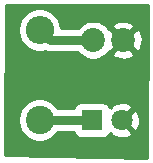
<source format=gbr>
%TF.GenerationSoftware,KiCad,Pcbnew,(5.1.6-0-10_14)*%
%TF.CreationDate,2020-08-19T11:10:27-04:00*%
%TF.ProjectId,machine_touch_led,6d616368-696e-4655-9f74-6f7563685f6c,rev?*%
%TF.SameCoordinates,Original*%
%TF.FileFunction,Copper,L1,Top*%
%TF.FilePolarity,Positive*%
%FSLAX46Y46*%
G04 Gerber Fmt 4.6, Leading zero omitted, Abs format (unit mm)*
G04 Created by KiCad (PCBNEW (5.1.6-0-10_14)) date 2020-08-19 11:10:27*
%MOMM*%
%LPD*%
G01*
G04 APERTURE LIST*
%TA.AperFunction,ComponentPad*%
%ADD10C,1.800000*%
%TD*%
%TA.AperFunction,ComponentPad*%
%ADD11R,1.800000X1.800000*%
%TD*%
%TA.AperFunction,ComponentPad*%
%ADD12O,2.400000X2.400000*%
%TD*%
%TA.AperFunction,ComponentPad*%
%ADD13C,2.400000*%
%TD*%
%TA.AperFunction,ComponentPad*%
%ADD14C,2.020000*%
%TD*%
%TA.AperFunction,Conductor*%
%ADD15C,0.250000*%
%TD*%
%TA.AperFunction,Conductor*%
%ADD16C,0.762000*%
%TD*%
%TA.AperFunction,Conductor*%
%ADD17C,0.254000*%
%TD*%
G04 APERTURE END LIST*
D10*
%TO.P,D1,2*%
%TO.N,GND*%
X20472400Y-5029200D03*
D11*
%TO.P,D1,1*%
%TO.N,Net-(D1-Pad1)*%
X17932400Y-5029200D03*
%TD*%
D12*
%TO.P,R1,2*%
%TO.N,VCC*%
X13512800Y2603500D03*
D13*
%TO.P,R1,1*%
%TO.N,Net-(D1-Pad1)*%
X13512800Y-5016500D03*
%TD*%
D14*
%TO.P,J1,2*%
%TO.N,GND*%
X20584160Y1752600D03*
%TO.P,J1,1*%
%TO.N,VCC*%
X18044160Y1752600D03*
%TD*%
D15*
%TO.N,Net-(D1-Pad1)*%
X13957300Y-5461000D02*
X13512800Y-5016500D01*
D16*
X13525500Y-5029200D02*
X13512800Y-5016500D01*
X17932400Y-5029200D02*
X13525500Y-5029200D01*
%TO.N,VCC*%
X14363700Y1752600D02*
X13512800Y2603500D01*
X18044160Y1752600D02*
X14363700Y1752600D01*
%TD*%
D17*
%TO.N,GND*%
G36*
X22573071Y-8192601D02*
G01*
X10595537Y-7975244D01*
X10615515Y-4835768D01*
X11677800Y-4835768D01*
X11677800Y-5197232D01*
X11748318Y-5551750D01*
X11886644Y-5885699D01*
X12087462Y-6186244D01*
X12343056Y-6441838D01*
X12643601Y-6642656D01*
X12977550Y-6780982D01*
X13332068Y-6851500D01*
X13693532Y-6851500D01*
X14048050Y-6780982D01*
X14381999Y-6642656D01*
X14682544Y-6441838D01*
X14938138Y-6186244D01*
X15032381Y-6045200D01*
X16405753Y-6045200D01*
X16406588Y-6053682D01*
X16442898Y-6173380D01*
X16501863Y-6283694D01*
X16581215Y-6380385D01*
X16677906Y-6459737D01*
X16788220Y-6518702D01*
X16907918Y-6555012D01*
X17032400Y-6567272D01*
X18832400Y-6567272D01*
X18956882Y-6555012D01*
X19076580Y-6518702D01*
X19186894Y-6459737D01*
X19283585Y-6380385D01*
X19362937Y-6283694D01*
X19421902Y-6173380D01*
X19425213Y-6162465D01*
X19471978Y-6209230D01*
X19587926Y-6093282D01*
X19671608Y-6347461D01*
X19944175Y-6478358D01*
X20237042Y-6553565D01*
X20538953Y-6570191D01*
X20838307Y-6527597D01*
X21123599Y-6427422D01*
X21273192Y-6347461D01*
X21356875Y-6093280D01*
X20472400Y-5208805D01*
X20458258Y-5222948D01*
X20278653Y-5043343D01*
X20292795Y-5029200D01*
X20652005Y-5029200D01*
X21536480Y-5913675D01*
X21790661Y-5829992D01*
X21921558Y-5557425D01*
X21996765Y-5264558D01*
X22013391Y-4962647D01*
X21970797Y-4663293D01*
X21870622Y-4378001D01*
X21790661Y-4228408D01*
X21536480Y-4144725D01*
X20652005Y-5029200D01*
X20292795Y-5029200D01*
X20278653Y-5015058D01*
X20458258Y-4835453D01*
X20472400Y-4849595D01*
X21356875Y-3965120D01*
X21273192Y-3710939D01*
X21000625Y-3580042D01*
X20707758Y-3504835D01*
X20405847Y-3488209D01*
X20106493Y-3530803D01*
X19821201Y-3630978D01*
X19671608Y-3710939D01*
X19587926Y-3965118D01*
X19471978Y-3849170D01*
X19425213Y-3895935D01*
X19421902Y-3885020D01*
X19362937Y-3774706D01*
X19283585Y-3678015D01*
X19186894Y-3598663D01*
X19076580Y-3539698D01*
X18956882Y-3503388D01*
X18832400Y-3491128D01*
X17032400Y-3491128D01*
X16907918Y-3503388D01*
X16788220Y-3539698D01*
X16677906Y-3598663D01*
X16581215Y-3678015D01*
X16501863Y-3774706D01*
X16442898Y-3885020D01*
X16406588Y-4004718D01*
X16405753Y-4013200D01*
X15049352Y-4013200D01*
X14938138Y-3846756D01*
X14682544Y-3591162D01*
X14381999Y-3390344D01*
X14048050Y-3252018D01*
X13693532Y-3181500D01*
X13332068Y-3181500D01*
X12977550Y-3252018D01*
X12643601Y-3390344D01*
X12343056Y-3591162D01*
X12087462Y-3846756D01*
X11886644Y-4147301D01*
X11748318Y-4481250D01*
X11677800Y-4835768D01*
X10615515Y-4835768D01*
X10664005Y2784232D01*
X11677800Y2784232D01*
X11677800Y2422768D01*
X11748318Y2068250D01*
X11886644Y1734301D01*
X12087462Y1433756D01*
X12343056Y1178162D01*
X12643601Y977344D01*
X12977550Y839018D01*
X13332068Y768500D01*
X13693532Y768500D01*
X13952978Y820107D01*
X13973013Y809398D01*
X14164529Y751302D01*
X14313798Y736600D01*
X14313805Y736600D01*
X14363699Y731686D01*
X14413593Y736600D01*
X16744605Y736600D01*
X16766405Y703974D01*
X16995534Y474845D01*
X17264961Y294820D01*
X17564331Y170817D01*
X17882142Y107600D01*
X18206178Y107600D01*
X18523989Y170817D01*
X18823359Y294820D01*
X19092786Y474845D01*
X19227996Y610055D01*
X19621221Y610055D01*
X19718192Y344632D01*
X20009513Y202744D01*
X20322917Y120415D01*
X20646360Y100811D01*
X20967413Y144684D01*
X21273738Y250349D01*
X21450128Y344632D01*
X21547099Y610055D01*
X20584160Y1572995D01*
X19621221Y610055D01*
X19227996Y610055D01*
X19321915Y703974D01*
X19391422Y807999D01*
X19441615Y789661D01*
X20404555Y1752600D01*
X20763765Y1752600D01*
X21726705Y789661D01*
X21992128Y886632D01*
X22134016Y1177953D01*
X22216345Y1491357D01*
X22235949Y1814800D01*
X22192076Y2135853D01*
X22086411Y2442178D01*
X21992128Y2618568D01*
X21726705Y2715539D01*
X20763765Y1752600D01*
X20404555Y1752600D01*
X19441615Y2715539D01*
X19391422Y2697201D01*
X19321915Y2801226D01*
X19227996Y2895145D01*
X19621221Y2895145D01*
X20584160Y1932205D01*
X21547099Y2895145D01*
X21450128Y3160568D01*
X21158807Y3302456D01*
X20845403Y3384785D01*
X20521960Y3404389D01*
X20200907Y3360516D01*
X19894582Y3254851D01*
X19718192Y3160568D01*
X19621221Y2895145D01*
X19227996Y2895145D01*
X19092786Y3030355D01*
X18823359Y3210380D01*
X18523989Y3334383D01*
X18206178Y3397600D01*
X17882142Y3397600D01*
X17564331Y3334383D01*
X17264961Y3210380D01*
X16995534Y3030355D01*
X16766405Y2801226D01*
X16744605Y2768600D01*
X15347800Y2768600D01*
X15347800Y2784232D01*
X15277282Y3138750D01*
X15138956Y3472699D01*
X14938138Y3773244D01*
X14682544Y4028838D01*
X14381999Y4229656D01*
X14048050Y4367982D01*
X13693532Y4438500D01*
X13332068Y4438500D01*
X12977550Y4367982D01*
X12643601Y4229656D01*
X12343056Y4028838D01*
X12087462Y3773244D01*
X11886644Y3472699D01*
X11748318Y3138750D01*
X11677800Y2784232D01*
X10664005Y2784232D01*
X10676128Y4689199D01*
X22665164Y4734959D01*
X22573071Y-8192601D01*
G37*
X22573071Y-8192601D02*
X10595537Y-7975244D01*
X10615515Y-4835768D01*
X11677800Y-4835768D01*
X11677800Y-5197232D01*
X11748318Y-5551750D01*
X11886644Y-5885699D01*
X12087462Y-6186244D01*
X12343056Y-6441838D01*
X12643601Y-6642656D01*
X12977550Y-6780982D01*
X13332068Y-6851500D01*
X13693532Y-6851500D01*
X14048050Y-6780982D01*
X14381999Y-6642656D01*
X14682544Y-6441838D01*
X14938138Y-6186244D01*
X15032381Y-6045200D01*
X16405753Y-6045200D01*
X16406588Y-6053682D01*
X16442898Y-6173380D01*
X16501863Y-6283694D01*
X16581215Y-6380385D01*
X16677906Y-6459737D01*
X16788220Y-6518702D01*
X16907918Y-6555012D01*
X17032400Y-6567272D01*
X18832400Y-6567272D01*
X18956882Y-6555012D01*
X19076580Y-6518702D01*
X19186894Y-6459737D01*
X19283585Y-6380385D01*
X19362937Y-6283694D01*
X19421902Y-6173380D01*
X19425213Y-6162465D01*
X19471978Y-6209230D01*
X19587926Y-6093282D01*
X19671608Y-6347461D01*
X19944175Y-6478358D01*
X20237042Y-6553565D01*
X20538953Y-6570191D01*
X20838307Y-6527597D01*
X21123599Y-6427422D01*
X21273192Y-6347461D01*
X21356875Y-6093280D01*
X20472400Y-5208805D01*
X20458258Y-5222948D01*
X20278653Y-5043343D01*
X20292795Y-5029200D01*
X20652005Y-5029200D01*
X21536480Y-5913675D01*
X21790661Y-5829992D01*
X21921558Y-5557425D01*
X21996765Y-5264558D01*
X22013391Y-4962647D01*
X21970797Y-4663293D01*
X21870622Y-4378001D01*
X21790661Y-4228408D01*
X21536480Y-4144725D01*
X20652005Y-5029200D01*
X20292795Y-5029200D01*
X20278653Y-5015058D01*
X20458258Y-4835453D01*
X20472400Y-4849595D01*
X21356875Y-3965120D01*
X21273192Y-3710939D01*
X21000625Y-3580042D01*
X20707758Y-3504835D01*
X20405847Y-3488209D01*
X20106493Y-3530803D01*
X19821201Y-3630978D01*
X19671608Y-3710939D01*
X19587926Y-3965118D01*
X19471978Y-3849170D01*
X19425213Y-3895935D01*
X19421902Y-3885020D01*
X19362937Y-3774706D01*
X19283585Y-3678015D01*
X19186894Y-3598663D01*
X19076580Y-3539698D01*
X18956882Y-3503388D01*
X18832400Y-3491128D01*
X17032400Y-3491128D01*
X16907918Y-3503388D01*
X16788220Y-3539698D01*
X16677906Y-3598663D01*
X16581215Y-3678015D01*
X16501863Y-3774706D01*
X16442898Y-3885020D01*
X16406588Y-4004718D01*
X16405753Y-4013200D01*
X15049352Y-4013200D01*
X14938138Y-3846756D01*
X14682544Y-3591162D01*
X14381999Y-3390344D01*
X14048050Y-3252018D01*
X13693532Y-3181500D01*
X13332068Y-3181500D01*
X12977550Y-3252018D01*
X12643601Y-3390344D01*
X12343056Y-3591162D01*
X12087462Y-3846756D01*
X11886644Y-4147301D01*
X11748318Y-4481250D01*
X11677800Y-4835768D01*
X10615515Y-4835768D01*
X10664005Y2784232D01*
X11677800Y2784232D01*
X11677800Y2422768D01*
X11748318Y2068250D01*
X11886644Y1734301D01*
X12087462Y1433756D01*
X12343056Y1178162D01*
X12643601Y977344D01*
X12977550Y839018D01*
X13332068Y768500D01*
X13693532Y768500D01*
X13952978Y820107D01*
X13973013Y809398D01*
X14164529Y751302D01*
X14313798Y736600D01*
X14313805Y736600D01*
X14363699Y731686D01*
X14413593Y736600D01*
X16744605Y736600D01*
X16766405Y703974D01*
X16995534Y474845D01*
X17264961Y294820D01*
X17564331Y170817D01*
X17882142Y107600D01*
X18206178Y107600D01*
X18523989Y170817D01*
X18823359Y294820D01*
X19092786Y474845D01*
X19227996Y610055D01*
X19621221Y610055D01*
X19718192Y344632D01*
X20009513Y202744D01*
X20322917Y120415D01*
X20646360Y100811D01*
X20967413Y144684D01*
X21273738Y250349D01*
X21450128Y344632D01*
X21547099Y610055D01*
X20584160Y1572995D01*
X19621221Y610055D01*
X19227996Y610055D01*
X19321915Y703974D01*
X19391422Y807999D01*
X19441615Y789661D01*
X20404555Y1752600D01*
X20763765Y1752600D01*
X21726705Y789661D01*
X21992128Y886632D01*
X22134016Y1177953D01*
X22216345Y1491357D01*
X22235949Y1814800D01*
X22192076Y2135853D01*
X22086411Y2442178D01*
X21992128Y2618568D01*
X21726705Y2715539D01*
X20763765Y1752600D01*
X20404555Y1752600D01*
X19441615Y2715539D01*
X19391422Y2697201D01*
X19321915Y2801226D01*
X19227996Y2895145D01*
X19621221Y2895145D01*
X20584160Y1932205D01*
X21547099Y2895145D01*
X21450128Y3160568D01*
X21158807Y3302456D01*
X20845403Y3384785D01*
X20521960Y3404389D01*
X20200907Y3360516D01*
X19894582Y3254851D01*
X19718192Y3160568D01*
X19621221Y2895145D01*
X19227996Y2895145D01*
X19092786Y3030355D01*
X18823359Y3210380D01*
X18523989Y3334383D01*
X18206178Y3397600D01*
X17882142Y3397600D01*
X17564331Y3334383D01*
X17264961Y3210380D01*
X16995534Y3030355D01*
X16766405Y2801226D01*
X16744605Y2768600D01*
X15347800Y2768600D01*
X15347800Y2784232D01*
X15277282Y3138750D01*
X15138956Y3472699D01*
X14938138Y3773244D01*
X14682544Y4028838D01*
X14381999Y4229656D01*
X14048050Y4367982D01*
X13693532Y4438500D01*
X13332068Y4438500D01*
X12977550Y4367982D01*
X12643601Y4229656D01*
X12343056Y4028838D01*
X12087462Y3773244D01*
X11886644Y3472699D01*
X11748318Y3138750D01*
X11677800Y2784232D01*
X10664005Y2784232D01*
X10676128Y4689199D01*
X22665164Y4734959D01*
X22573071Y-8192601D01*
%TD*%
M02*

</source>
